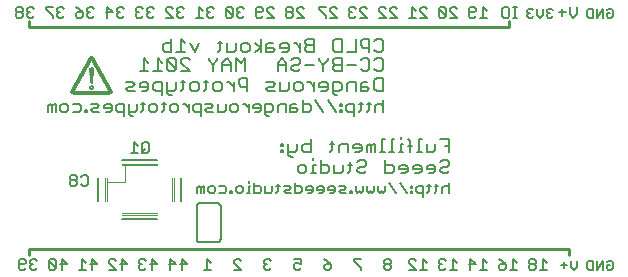
<source format=gbo>
G75*
G70*
%OFA0B0*%
%FSLAX24Y24*%
%IPPOS*%
%LPD*%
%AMOC8*
5,1,8,0,0,1.08239X$1,22.5*
%
%ADD10C,0.0050*%
%ADD11C,0.0100*%
%ADD12C,0.0060*%
%ADD13C,0.0120*%
%ADD14C,0.0025*%
D10*
X002737Y001786D02*
X002679Y001845D01*
X002679Y002078D01*
X002737Y002137D01*
X002854Y002137D01*
X002912Y002078D01*
X002912Y002020D01*
X002854Y001961D01*
X002679Y001961D01*
X002854Y001786D02*
X002912Y001845D01*
X002854Y001786D02*
X002737Y001786D01*
X003047Y001845D02*
X003106Y001786D01*
X003222Y001786D01*
X003281Y001845D01*
X003164Y001961D02*
X003106Y001961D01*
X003047Y001903D01*
X003047Y001845D01*
X003106Y001961D02*
X003047Y002020D01*
X003047Y002078D01*
X003106Y002137D01*
X003222Y002137D01*
X003281Y002078D01*
X003679Y002078D02*
X003679Y001845D01*
X003737Y001786D01*
X003854Y001786D01*
X003912Y001845D01*
X003679Y002078D01*
X003737Y002137D01*
X003854Y002137D01*
X003912Y002078D01*
X003912Y001845D01*
X004047Y001961D02*
X004281Y001961D01*
X004106Y002137D01*
X004106Y001786D01*
X004679Y001786D02*
X004912Y001786D01*
X004796Y001786D02*
X004796Y002137D01*
X004912Y002020D01*
X005047Y001961D02*
X005281Y001961D01*
X005106Y002137D01*
X005106Y001786D01*
X005679Y001786D02*
X005912Y001786D01*
X005679Y002020D01*
X005679Y002078D01*
X005737Y002137D01*
X005854Y002137D01*
X005912Y002078D01*
X006047Y001961D02*
X006281Y001961D01*
X006106Y002137D01*
X006106Y001786D01*
X006679Y001845D02*
X006737Y001786D01*
X006854Y001786D01*
X006912Y001845D01*
X006796Y001961D02*
X006737Y001961D01*
X006679Y001903D01*
X006679Y001845D01*
X006737Y001961D02*
X006679Y002020D01*
X006679Y002078D01*
X006737Y002137D01*
X006854Y002137D01*
X006912Y002078D01*
X007047Y001961D02*
X007281Y001961D01*
X007106Y002137D01*
X007106Y001786D01*
X007679Y001961D02*
X007912Y001961D01*
X007737Y002137D01*
X007737Y001786D01*
X008106Y001786D02*
X008106Y002137D01*
X008281Y001961D01*
X008047Y001961D01*
X008847Y001786D02*
X009081Y001786D01*
X008964Y001786D02*
X008964Y002137D01*
X009081Y002020D01*
X009847Y002020D02*
X009847Y002078D01*
X009906Y002137D01*
X010022Y002137D01*
X010081Y002078D01*
X009847Y002020D02*
X010081Y001786D01*
X009847Y001786D01*
X010847Y001845D02*
X010906Y001786D01*
X011022Y001786D01*
X011081Y001845D01*
X010964Y001961D02*
X010906Y001961D01*
X010847Y001903D01*
X010847Y001845D01*
X010906Y001961D02*
X010847Y002020D01*
X010847Y002078D01*
X010906Y002137D01*
X011022Y002137D01*
X011081Y002078D01*
X011847Y002137D02*
X012081Y002137D01*
X012081Y001961D01*
X011964Y002020D01*
X011906Y002020D01*
X011847Y001961D01*
X011847Y001845D01*
X011906Y001786D01*
X012022Y001786D01*
X012081Y001845D01*
X012847Y001845D02*
X012906Y001786D01*
X013022Y001786D01*
X013081Y001845D01*
X013081Y001961D01*
X012906Y001961D01*
X012847Y001903D01*
X012847Y001845D01*
X012964Y002078D02*
X013081Y001961D01*
X012964Y002078D02*
X012847Y002137D01*
X013847Y002137D02*
X013847Y002078D01*
X014081Y001845D01*
X014081Y001786D01*
X014081Y002137D02*
X013847Y002137D01*
X014847Y002078D02*
X014847Y002020D01*
X014906Y001961D01*
X015022Y001961D01*
X015081Y002020D01*
X015081Y002078D01*
X015022Y002137D01*
X014906Y002137D01*
X014847Y002078D01*
X014906Y001961D02*
X014847Y001903D01*
X014847Y001845D01*
X014906Y001786D01*
X015022Y001786D01*
X015081Y001845D01*
X015081Y001903D01*
X015022Y001961D01*
X015679Y002020D02*
X015679Y002078D01*
X015737Y002137D01*
X015854Y002137D01*
X015912Y002078D01*
X015679Y002020D02*
X015912Y001786D01*
X015679Y001786D01*
X016047Y001786D02*
X016281Y001786D01*
X016164Y001786D02*
X016164Y002137D01*
X016281Y002020D01*
X016679Y002020D02*
X016737Y001961D01*
X016679Y001903D01*
X016679Y001845D01*
X016737Y001786D01*
X016854Y001786D01*
X016912Y001845D01*
X017047Y001786D02*
X017281Y001786D01*
X017164Y001786D02*
X017164Y002137D01*
X017281Y002020D01*
X016912Y002078D02*
X016854Y002137D01*
X016737Y002137D01*
X016679Y002078D01*
X016679Y002020D01*
X016737Y001961D02*
X016796Y001961D01*
X017679Y001961D02*
X017912Y001961D01*
X017737Y002137D01*
X017737Y001786D01*
X018047Y001786D02*
X018281Y001786D01*
X018164Y001786D02*
X018164Y002137D01*
X018281Y002020D01*
X018679Y002137D02*
X018796Y002078D01*
X018912Y001961D01*
X018737Y001961D01*
X018679Y001903D01*
X018679Y001845D01*
X018737Y001786D01*
X018854Y001786D01*
X018912Y001845D01*
X018912Y001961D01*
X019164Y001786D02*
X019164Y002137D01*
X019281Y002020D01*
X019679Y002020D02*
X019737Y001961D01*
X019854Y001961D01*
X019912Y002020D01*
X019912Y002078D01*
X019854Y002137D01*
X019737Y002137D01*
X019679Y002078D01*
X019679Y002020D01*
X019737Y001961D02*
X019679Y001903D01*
X019679Y001845D01*
X019737Y001786D01*
X019854Y001786D01*
X019912Y001845D01*
X019912Y001903D01*
X019854Y001961D01*
X020047Y001786D02*
X020281Y001786D01*
X020164Y001786D02*
X020164Y002137D01*
X020281Y002020D01*
X020758Y001936D02*
X020958Y001936D01*
X021081Y001886D02*
X021081Y002086D01*
X021081Y001886D02*
X021181Y001786D01*
X021281Y001886D01*
X021281Y002086D01*
X020858Y002036D02*
X020858Y001836D01*
X021636Y001836D02*
X021686Y001786D01*
X021836Y001786D01*
X021836Y002086D01*
X021686Y002086D01*
X021636Y002036D01*
X021636Y001836D01*
X021958Y001786D02*
X021958Y002086D01*
X022158Y002086D02*
X021958Y001786D01*
X022158Y001786D02*
X022158Y002086D01*
X022281Y002036D02*
X022331Y002086D01*
X022431Y002086D01*
X022481Y002036D01*
X022481Y001836D01*
X022431Y001786D01*
X022331Y001786D01*
X022281Y001836D01*
X022281Y001936D01*
X022381Y001936D01*
X019281Y001786D02*
X019047Y001786D01*
X017031Y004336D02*
X017031Y004687D01*
X016972Y004570D02*
X016856Y004570D01*
X016797Y004511D01*
X016797Y004336D01*
X016604Y004395D02*
X016546Y004336D01*
X016604Y004395D02*
X016604Y004628D01*
X016662Y004570D02*
X016546Y004570D01*
X016417Y004570D02*
X016300Y004570D01*
X016359Y004628D02*
X016359Y004395D01*
X016300Y004336D01*
X016171Y004336D02*
X015996Y004336D01*
X015938Y004395D01*
X015938Y004511D01*
X015996Y004570D01*
X016171Y004570D01*
X016171Y004220D01*
X015803Y004336D02*
X015803Y004395D01*
X015745Y004395D01*
X015745Y004336D01*
X015803Y004336D01*
X015619Y004336D02*
X015385Y004687D01*
X015745Y004570D02*
X015745Y004511D01*
X015803Y004511D01*
X015803Y004570D01*
X015745Y004570D01*
X015251Y004336D02*
X015017Y004687D01*
X014882Y004570D02*
X014882Y004395D01*
X014824Y004336D01*
X014766Y004395D01*
X014707Y004336D01*
X014649Y004395D01*
X014649Y004570D01*
X014514Y004570D02*
X014514Y004395D01*
X014456Y004336D01*
X014397Y004395D01*
X014339Y004336D01*
X014280Y004395D01*
X014280Y004570D01*
X014146Y004570D02*
X014146Y004395D01*
X014087Y004336D01*
X014029Y004395D01*
X013971Y004336D01*
X013912Y004395D01*
X013912Y004570D01*
X013777Y004395D02*
X013719Y004395D01*
X013719Y004336D01*
X013777Y004336D01*
X013777Y004395D01*
X013593Y004336D02*
X013418Y004336D01*
X013360Y004395D01*
X013418Y004453D01*
X013535Y004453D01*
X013593Y004511D01*
X013535Y004570D01*
X013360Y004570D01*
X013225Y004511D02*
X013167Y004570D01*
X013050Y004570D01*
X012991Y004511D01*
X012991Y004453D01*
X013225Y004453D01*
X013225Y004395D02*
X013225Y004511D01*
X013225Y004395D02*
X013167Y004336D01*
X013050Y004336D01*
X012857Y004395D02*
X012857Y004511D01*
X012798Y004570D01*
X012681Y004570D01*
X012623Y004511D01*
X012623Y004453D01*
X012857Y004453D01*
X012857Y004395D02*
X012798Y004336D01*
X012681Y004336D01*
X012488Y004395D02*
X012488Y004511D01*
X012430Y004570D01*
X012313Y004570D01*
X012255Y004511D01*
X012255Y004453D01*
X012488Y004453D01*
X012488Y004395D02*
X012430Y004336D01*
X012313Y004336D01*
X012120Y004395D02*
X012120Y004511D01*
X012062Y004570D01*
X011886Y004570D01*
X011886Y004687D02*
X011886Y004336D01*
X012062Y004336D01*
X012120Y004395D01*
X011752Y004336D02*
X011577Y004336D01*
X011518Y004395D01*
X011577Y004453D01*
X011693Y004453D01*
X011752Y004511D01*
X011693Y004570D01*
X011518Y004570D01*
X011383Y004570D02*
X011267Y004570D01*
X011325Y004628D02*
X011325Y004395D01*
X011267Y004336D01*
X011138Y004395D02*
X011080Y004336D01*
X010904Y004336D01*
X010904Y004570D01*
X010770Y004511D02*
X010770Y004395D01*
X010711Y004336D01*
X010536Y004336D01*
X010536Y004687D01*
X010536Y004570D02*
X010711Y004570D01*
X010770Y004511D01*
X011138Y004570D02*
X011138Y004395D01*
X010401Y004336D02*
X010285Y004336D01*
X010343Y004336D02*
X010343Y004570D01*
X010401Y004570D01*
X010343Y004687D02*
X010343Y004745D01*
X010156Y004511D02*
X010156Y004395D01*
X010097Y004336D01*
X009981Y004336D01*
X009922Y004395D01*
X009922Y004511D01*
X009981Y004570D01*
X010097Y004570D01*
X010156Y004511D01*
X009787Y004395D02*
X009729Y004395D01*
X009729Y004336D01*
X009787Y004336D01*
X009787Y004395D01*
X009603Y004395D02*
X009545Y004336D01*
X009370Y004336D01*
X009235Y004395D02*
X009177Y004336D01*
X009060Y004336D01*
X009001Y004395D01*
X009001Y004511D01*
X009060Y004570D01*
X009177Y004570D01*
X009235Y004511D01*
X009235Y004395D01*
X009370Y004570D02*
X009545Y004570D01*
X009603Y004511D01*
X009603Y004395D01*
X008867Y004336D02*
X008867Y004570D01*
X008808Y004570D01*
X008750Y004511D01*
X008692Y004570D01*
X008633Y004511D01*
X008633Y004336D01*
X008750Y004336D02*
X008750Y004511D01*
X008084Y004839D02*
X008084Y004083D01*
X007296Y003477D02*
X006115Y003477D01*
X005328Y004083D02*
X005328Y004839D01*
X004981Y004878D02*
X004981Y004645D01*
X004922Y004586D01*
X004806Y004586D01*
X004747Y004645D01*
X004612Y004645D02*
X004554Y004586D01*
X004437Y004586D01*
X004379Y004645D01*
X004379Y004703D01*
X004437Y004761D01*
X004554Y004761D01*
X004612Y004820D01*
X004612Y004878D01*
X004554Y004937D01*
X004437Y004937D01*
X004379Y004878D01*
X004379Y004820D01*
X004437Y004761D01*
X004554Y004761D02*
X004612Y004703D01*
X004612Y004645D01*
X004747Y004878D02*
X004806Y004937D01*
X004922Y004937D01*
X004981Y004878D01*
X006115Y005446D02*
X007296Y005446D01*
X007017Y005745D02*
X006959Y005686D01*
X006842Y005686D01*
X006784Y005745D01*
X006784Y005978D01*
X006842Y006037D01*
X006959Y006037D01*
X007017Y005978D01*
X007017Y005745D01*
X006901Y005803D02*
X006784Y005686D01*
X006649Y005686D02*
X006415Y005686D01*
X006532Y005686D02*
X006532Y006037D01*
X006649Y005920D01*
X006480Y006903D02*
X006413Y006903D01*
X006346Y006970D01*
X006346Y007303D01*
X006199Y007303D02*
X005999Y007303D01*
X005932Y007236D01*
X005932Y007103D01*
X005999Y007036D01*
X006199Y007036D01*
X006199Y006903D02*
X006199Y007303D01*
X006346Y007036D02*
X006546Y007036D01*
X006613Y007103D01*
X006613Y007303D01*
X006756Y007303D02*
X006889Y007303D01*
X006823Y007370D02*
X006823Y007103D01*
X006756Y007036D01*
X007037Y007103D02*
X007037Y007236D01*
X007104Y007303D01*
X007237Y007303D01*
X007304Y007236D01*
X007304Y007103D01*
X007237Y007036D01*
X007104Y007036D01*
X007037Y007103D01*
X007446Y007036D02*
X007513Y007103D01*
X007513Y007370D01*
X007580Y007303D02*
X007446Y007303D01*
X007727Y007236D02*
X007794Y007303D01*
X007928Y007303D01*
X007994Y007236D01*
X007994Y007103D01*
X007928Y007036D01*
X007794Y007036D01*
X007727Y007103D01*
X007727Y007236D01*
X008139Y007303D02*
X008206Y007303D01*
X008339Y007170D01*
X008339Y007303D02*
X008339Y007036D01*
X008487Y007103D02*
X008487Y007236D01*
X008554Y007303D01*
X008754Y007303D01*
X008754Y006903D01*
X008754Y007036D02*
X008554Y007036D01*
X008487Y007103D01*
X008901Y007103D02*
X008968Y007170D01*
X009101Y007170D01*
X009168Y007236D01*
X009101Y007303D01*
X008901Y007303D01*
X008901Y007103D02*
X008968Y007036D01*
X009168Y007036D01*
X009316Y007036D02*
X009316Y007303D01*
X009582Y007303D02*
X009582Y007103D01*
X009516Y007036D01*
X009316Y007036D01*
X009730Y007103D02*
X009730Y007236D01*
X009797Y007303D01*
X009930Y007303D01*
X009997Y007236D01*
X009997Y007103D01*
X009930Y007036D01*
X009797Y007036D01*
X009730Y007103D01*
X010142Y007303D02*
X010209Y007303D01*
X010342Y007170D01*
X010342Y007303D02*
X010342Y007036D01*
X010490Y007170D02*
X010756Y007170D01*
X010756Y007236D02*
X010690Y007303D01*
X010556Y007303D01*
X010490Y007236D01*
X010490Y007170D01*
X010556Y007036D02*
X010690Y007036D01*
X010756Y007103D01*
X010756Y007236D01*
X010904Y007303D02*
X011104Y007303D01*
X011171Y007236D01*
X011171Y007103D01*
X011104Y007036D01*
X010904Y007036D01*
X010904Y006970D02*
X010904Y007303D01*
X011318Y007236D02*
X011318Y007036D01*
X011318Y007236D02*
X011385Y007303D01*
X011585Y007303D01*
X011585Y007036D01*
X011733Y007036D02*
X011933Y007036D01*
X011999Y007103D01*
X011933Y007170D01*
X011733Y007170D01*
X011733Y007236D02*
X011733Y007036D01*
X011733Y007236D02*
X011799Y007303D01*
X011933Y007303D01*
X012147Y007303D02*
X012347Y007303D01*
X012414Y007236D01*
X012414Y007103D01*
X012347Y007036D01*
X012147Y007036D01*
X012147Y007437D01*
X012561Y007437D02*
X012828Y007036D01*
X013242Y007036D02*
X012976Y007437D01*
X013383Y007303D02*
X013383Y007236D01*
X013450Y007236D01*
X013450Y007303D01*
X013383Y007303D01*
X013597Y007236D02*
X013597Y007103D01*
X013664Y007036D01*
X013864Y007036D01*
X013864Y006903D02*
X013864Y007303D01*
X013664Y007303D01*
X013597Y007236D01*
X013450Y007103D02*
X013383Y007103D01*
X013383Y007036D01*
X013450Y007036D01*
X013450Y007103D01*
X014007Y007036D02*
X014073Y007103D01*
X014073Y007370D01*
X014140Y007303D02*
X014007Y007303D01*
X014283Y007303D02*
X014416Y007303D01*
X014350Y007370D02*
X014350Y007103D01*
X014283Y007036D01*
X014564Y007036D02*
X014564Y007236D01*
X014631Y007303D01*
X014764Y007303D01*
X014831Y007236D01*
X014831Y007036D02*
X014831Y007437D01*
X011037Y006903D02*
X010971Y006903D01*
X010904Y006970D01*
X010947Y010186D02*
X011181Y010186D01*
X010947Y010420D01*
X010947Y010478D01*
X011006Y010537D01*
X011122Y010537D01*
X011181Y010478D01*
X011579Y010478D02*
X011579Y010420D01*
X011637Y010361D01*
X011754Y010361D01*
X011812Y010420D01*
X011812Y010478D01*
X011754Y010537D01*
X011637Y010537D01*
X011579Y010478D01*
X011637Y010361D02*
X011579Y010303D01*
X011579Y010245D01*
X011637Y010186D01*
X011754Y010186D01*
X011812Y010245D01*
X011812Y010303D01*
X011754Y010361D01*
X011947Y010420D02*
X011947Y010478D01*
X012006Y010537D01*
X012122Y010537D01*
X012181Y010478D01*
X011947Y010420D02*
X012181Y010186D01*
X011947Y010186D01*
X012679Y010478D02*
X012679Y010537D01*
X012912Y010537D01*
X013047Y010478D02*
X013106Y010537D01*
X013222Y010537D01*
X013281Y010478D01*
X013047Y010478D02*
X013047Y010420D01*
X013281Y010186D01*
X013047Y010186D01*
X012912Y010186D02*
X012912Y010245D01*
X012679Y010478D01*
X013679Y010478D02*
X013679Y010420D01*
X013737Y010361D01*
X013679Y010303D01*
X013679Y010245D01*
X013737Y010186D01*
X013854Y010186D01*
X013912Y010245D01*
X014047Y010186D02*
X014281Y010186D01*
X014047Y010420D01*
X014047Y010478D01*
X014106Y010537D01*
X014222Y010537D01*
X014281Y010478D01*
X013912Y010478D02*
X013854Y010537D01*
X013737Y010537D01*
X013679Y010478D01*
X013737Y010361D02*
X013796Y010361D01*
X014679Y010420D02*
X014679Y010478D01*
X014737Y010537D01*
X014854Y010537D01*
X014912Y010478D01*
X015047Y010478D02*
X015106Y010537D01*
X015222Y010537D01*
X015281Y010478D01*
X015047Y010478D02*
X015047Y010420D01*
X015281Y010186D01*
X015047Y010186D01*
X014912Y010186D02*
X014679Y010420D01*
X014679Y010186D02*
X014912Y010186D01*
X015679Y010186D02*
X015912Y010186D01*
X015796Y010186D02*
X015796Y010537D01*
X015912Y010420D01*
X016047Y010420D02*
X016047Y010478D01*
X016106Y010537D01*
X016222Y010537D01*
X016281Y010478D01*
X016047Y010420D02*
X016281Y010186D01*
X016047Y010186D01*
X016679Y010245D02*
X016679Y010478D01*
X016912Y010245D01*
X016854Y010186D01*
X016737Y010186D01*
X016679Y010245D01*
X016679Y010478D02*
X016737Y010537D01*
X016854Y010537D01*
X016912Y010478D01*
X016912Y010245D01*
X017047Y010186D02*
X017281Y010186D01*
X017047Y010420D01*
X017047Y010478D01*
X017106Y010537D01*
X017222Y010537D01*
X017281Y010478D01*
X017679Y010478D02*
X017679Y010245D01*
X017737Y010186D01*
X017854Y010186D01*
X017912Y010245D01*
X017854Y010361D02*
X017679Y010361D01*
X017679Y010478D02*
X017737Y010537D01*
X017854Y010537D01*
X017912Y010478D01*
X017912Y010420D01*
X017854Y010361D01*
X018164Y010186D02*
X018164Y010537D01*
X018281Y010420D01*
X018281Y010186D02*
X018047Y010186D01*
X018802Y010245D02*
X018860Y010186D01*
X018977Y010186D01*
X019035Y010245D01*
X019035Y010478D01*
X018977Y010537D01*
X018860Y010537D01*
X018802Y010478D01*
X018802Y010245D01*
X018802Y010478D01*
X018860Y010537D01*
X018977Y010537D01*
X019035Y010478D01*
X019035Y010245D01*
X018977Y010186D01*
X018860Y010186D01*
X018802Y010245D01*
X019164Y010186D02*
X019281Y010186D01*
X019164Y010186D01*
X019222Y010186D02*
X019222Y010537D01*
X019222Y010186D01*
X019636Y010236D02*
X019686Y010186D01*
X019786Y010186D01*
X019836Y010236D01*
X019958Y010286D02*
X020058Y010186D01*
X020158Y010286D01*
X020158Y010486D01*
X020281Y010436D02*
X020281Y010386D01*
X020331Y010336D01*
X020281Y010286D01*
X020281Y010236D01*
X020331Y010186D01*
X020431Y010186D01*
X020481Y010236D01*
X020381Y010336D02*
X020331Y010336D01*
X020281Y010436D02*
X020331Y010486D01*
X020431Y010486D01*
X020481Y010436D01*
X020679Y010361D02*
X020912Y010361D01*
X021047Y010303D02*
X021047Y010537D01*
X021281Y010537D02*
X021281Y010303D01*
X021164Y010186D01*
X021047Y010303D01*
X020796Y010245D02*
X020796Y010478D01*
X019958Y010486D02*
X019958Y010286D01*
X019836Y010436D02*
X019786Y010486D01*
X019686Y010486D01*
X019636Y010436D01*
X019636Y010386D01*
X019686Y010336D01*
X019636Y010286D01*
X019636Y010236D01*
X019686Y010336D02*
X019736Y010336D01*
X019281Y010537D02*
X019164Y010537D01*
X019281Y010537D01*
X021636Y010436D02*
X021636Y010236D01*
X021686Y010186D01*
X021836Y010186D01*
X021836Y010486D01*
X021686Y010486D01*
X021636Y010436D01*
X021958Y010486D02*
X021958Y010186D01*
X022158Y010486D01*
X022158Y010186D01*
X022281Y010236D02*
X022281Y010336D01*
X022381Y010336D01*
X022481Y010236D02*
X022431Y010186D01*
X022331Y010186D01*
X022281Y010236D01*
X022481Y010236D02*
X022481Y010436D01*
X022431Y010486D01*
X022331Y010486D01*
X022281Y010436D01*
X016972Y004570D02*
X017031Y004511D01*
X010812Y010245D02*
X010754Y010186D01*
X010637Y010186D01*
X010579Y010245D01*
X010579Y010478D01*
X010637Y010537D01*
X010754Y010537D01*
X010812Y010478D01*
X010812Y010420D01*
X010754Y010361D01*
X010579Y010361D01*
X010181Y010245D02*
X010122Y010186D01*
X010006Y010186D01*
X009947Y010245D01*
X009947Y010303D01*
X010006Y010361D01*
X010064Y010361D01*
X010006Y010361D02*
X009947Y010420D01*
X009947Y010478D01*
X010006Y010537D01*
X010122Y010537D01*
X010181Y010478D01*
X009812Y010478D02*
X009812Y010245D01*
X009579Y010478D01*
X009579Y010245D01*
X009637Y010186D01*
X009754Y010186D01*
X009812Y010245D01*
X009812Y010478D02*
X009754Y010537D01*
X009637Y010537D01*
X009579Y010478D01*
X009181Y010478D02*
X009122Y010537D01*
X009006Y010537D01*
X008947Y010478D01*
X008947Y010420D01*
X009006Y010361D01*
X008947Y010303D01*
X008947Y010245D01*
X009006Y010186D01*
X009122Y010186D01*
X009181Y010245D01*
X009064Y010361D02*
X009006Y010361D01*
X008812Y010420D02*
X008696Y010537D01*
X008696Y010186D01*
X008812Y010186D02*
X008579Y010186D01*
X008181Y010245D02*
X008122Y010186D01*
X008006Y010186D01*
X007947Y010245D01*
X007947Y010303D01*
X008006Y010361D01*
X008064Y010361D01*
X008006Y010361D02*
X007947Y010420D01*
X007947Y010478D01*
X008006Y010537D01*
X008122Y010537D01*
X008181Y010478D01*
X007812Y010478D02*
X007754Y010537D01*
X007637Y010537D01*
X007579Y010478D01*
X007579Y010420D01*
X007812Y010186D01*
X007579Y010186D01*
X007181Y010245D02*
X007122Y010186D01*
X007006Y010186D01*
X006947Y010245D01*
X006947Y010303D01*
X007006Y010361D01*
X007064Y010361D01*
X007006Y010361D02*
X006947Y010420D01*
X006947Y010478D01*
X007006Y010537D01*
X007122Y010537D01*
X007181Y010478D01*
X006812Y010478D02*
X006754Y010537D01*
X006637Y010537D01*
X006579Y010478D01*
X006579Y010420D01*
X006637Y010361D01*
X006579Y010303D01*
X006579Y010245D01*
X006637Y010186D01*
X006754Y010186D01*
X006812Y010245D01*
X006696Y010361D02*
X006637Y010361D01*
X006181Y010245D02*
X006122Y010186D01*
X006006Y010186D01*
X005947Y010245D01*
X005947Y010303D01*
X006006Y010361D01*
X006064Y010361D01*
X006006Y010361D02*
X005947Y010420D01*
X005947Y010478D01*
X006006Y010537D01*
X006122Y010537D01*
X006181Y010478D01*
X005812Y010361D02*
X005579Y010361D01*
X005637Y010186D02*
X005637Y010537D01*
X005812Y010361D01*
X005181Y010245D02*
X005122Y010186D01*
X005006Y010186D01*
X004947Y010245D01*
X004947Y010303D01*
X005006Y010361D01*
X005064Y010361D01*
X005006Y010361D02*
X004947Y010420D01*
X004947Y010478D01*
X005006Y010537D01*
X005122Y010537D01*
X005181Y010478D01*
X004812Y010361D02*
X004812Y010245D01*
X004754Y010186D01*
X004637Y010186D01*
X004579Y010245D01*
X004579Y010303D01*
X004637Y010361D01*
X004812Y010361D01*
X004696Y010478D01*
X004579Y010537D01*
X004181Y010478D02*
X004122Y010537D01*
X004006Y010537D01*
X003947Y010478D01*
X003947Y010420D01*
X004006Y010361D01*
X003947Y010303D01*
X003947Y010245D01*
X004006Y010186D01*
X004122Y010186D01*
X004181Y010245D01*
X004064Y010361D02*
X004006Y010361D01*
X003812Y010245D02*
X003812Y010186D01*
X003812Y010245D02*
X003579Y010478D01*
X003579Y010537D01*
X003812Y010537D01*
X003181Y010478D02*
X003122Y010537D01*
X003006Y010537D01*
X002947Y010478D01*
X002947Y010420D01*
X003006Y010361D01*
X002947Y010303D01*
X002947Y010245D01*
X003006Y010186D01*
X003122Y010186D01*
X003181Y010245D01*
X003064Y010361D02*
X003006Y010361D01*
X002812Y010303D02*
X002754Y010361D01*
X002637Y010361D01*
X002579Y010303D01*
X002579Y010245D01*
X002637Y010186D01*
X002754Y010186D01*
X002812Y010245D01*
X002812Y010303D01*
X002754Y010361D02*
X002812Y010420D01*
X002812Y010478D01*
X002754Y010537D01*
X002637Y010537D01*
X002579Y010478D01*
X002579Y010420D01*
X002637Y010361D01*
X005056Y008452D02*
X005106Y008009D01*
X005155Y008452D01*
X005056Y008452D01*
X005061Y008414D02*
X005151Y008414D01*
X005145Y008365D02*
X005066Y008365D01*
X005071Y008317D02*
X005140Y008317D01*
X005134Y008268D02*
X005077Y008268D01*
X005082Y008219D02*
X005129Y008219D01*
X005124Y008171D02*
X005088Y008171D01*
X005093Y008122D02*
X005118Y008122D01*
X005113Y008074D02*
X005098Y008074D01*
X005104Y008025D02*
X005107Y008025D01*
X005057Y007861D02*
X005059Y007874D01*
X005064Y007886D01*
X005073Y007897D01*
X005083Y007905D01*
X005096Y007909D01*
X005109Y007910D01*
X005122Y007907D01*
X005134Y007901D01*
X005144Y007892D01*
X005151Y007881D01*
X005155Y007868D01*
X005155Y007854D01*
X005151Y007841D01*
X005144Y007830D01*
X005134Y007821D01*
X005122Y007815D01*
X005109Y007812D01*
X005096Y007813D01*
X005083Y007817D01*
X005073Y007825D01*
X005064Y007836D01*
X005059Y007848D01*
X005057Y007861D01*
X005103Y007303D02*
X005303Y007303D01*
X005370Y007236D01*
X005303Y007170D01*
X005170Y007170D01*
X005103Y007103D01*
X005170Y007036D01*
X005370Y007036D01*
X005518Y007170D02*
X005784Y007170D01*
X005784Y007236D02*
X005718Y007303D01*
X005584Y007303D01*
X005518Y007236D01*
X005518Y007170D01*
X005584Y007036D02*
X005718Y007036D01*
X005784Y007103D01*
X005784Y007236D01*
X004956Y007103D02*
X004889Y007103D01*
X004889Y007036D01*
X004956Y007036D01*
X004956Y007103D01*
X004749Y007103D02*
X004749Y007236D01*
X004682Y007303D01*
X004482Y007303D01*
X004334Y007236D02*
X004334Y007103D01*
X004268Y007036D01*
X004134Y007036D01*
X004067Y007103D01*
X004067Y007236D01*
X004134Y007303D01*
X004268Y007303D01*
X004334Y007236D01*
X004482Y007036D02*
X004682Y007036D01*
X004749Y007103D01*
X003920Y007036D02*
X003920Y007303D01*
X003853Y007303D01*
X003787Y007236D01*
X003720Y007303D01*
X003653Y007236D01*
X003653Y007036D01*
X003787Y007036D02*
X003787Y007236D01*
X005057Y008452D02*
X005059Y008465D01*
X005064Y008476D01*
X005071Y008487D01*
X005082Y008494D01*
X005093Y008499D01*
X005106Y008501D01*
X005119Y008499D01*
X005131Y008494D01*
X005141Y008487D01*
X005148Y008476D01*
X005153Y008465D01*
X005155Y008452D01*
D11*
X003006Y009861D02*
X019006Y009861D01*
X019006Y010061D01*
X021006Y002461D02*
X021006Y002261D01*
X021006Y002461D02*
X003006Y002461D01*
X003006Y002261D01*
X003006Y009861D02*
X003006Y010061D01*
D12*
X006246Y008035D02*
X006466Y008035D01*
X006539Y007961D01*
X006466Y007888D01*
X006319Y007888D01*
X006246Y007815D01*
X006319Y007741D01*
X006539Y007741D01*
X006706Y007888D02*
X007000Y007888D01*
X007000Y007815D02*
X007000Y007961D01*
X006926Y008035D01*
X006780Y008035D01*
X006706Y007961D01*
X006706Y007888D01*
X006780Y007741D02*
X006926Y007741D01*
X007000Y007815D01*
X007166Y007815D02*
X007240Y007741D01*
X007460Y007741D01*
X007460Y007594D02*
X007460Y008035D01*
X007240Y008035D01*
X007166Y007961D01*
X007166Y007815D01*
X007627Y007741D02*
X007847Y007741D01*
X007920Y007815D01*
X007920Y008035D01*
X008081Y008035D02*
X008227Y008035D01*
X008154Y008108D02*
X008154Y007815D01*
X008081Y007741D01*
X007774Y007594D02*
X007700Y007594D01*
X007627Y007668D01*
X007627Y008035D01*
X007700Y008391D02*
X007847Y008391D01*
X007920Y008465D01*
X007627Y008758D01*
X007627Y008465D01*
X007700Y008391D01*
X007920Y008465D02*
X007920Y008758D01*
X007847Y008832D01*
X007700Y008832D01*
X007627Y008758D01*
X007460Y008685D02*
X007313Y008832D01*
X007313Y008391D01*
X007460Y008391D02*
X007166Y008391D01*
X007000Y008391D02*
X006706Y008391D01*
X006853Y008391D02*
X006853Y008832D01*
X007000Y008685D01*
X007473Y009115D02*
X007547Y009041D01*
X007767Y009041D01*
X007767Y009482D01*
X007767Y009335D02*
X007547Y009335D01*
X007473Y009261D01*
X007473Y009115D01*
X007934Y009041D02*
X008227Y009041D01*
X008081Y009041D02*
X008081Y009482D01*
X008227Y009335D01*
X008394Y009335D02*
X008541Y009041D01*
X008688Y009335D01*
X009008Y008832D02*
X009008Y008758D01*
X009155Y008611D01*
X009155Y008391D01*
X009468Y008391D02*
X009468Y008685D01*
X009615Y008832D01*
X009762Y008685D01*
X009762Y008391D01*
X009929Y008391D02*
X009929Y008832D01*
X010075Y008685D01*
X010222Y008832D01*
X010222Y008391D01*
X010299Y008182D02*
X010079Y008182D01*
X010005Y008108D01*
X010005Y007961D01*
X010079Y007888D01*
X010299Y007888D01*
X010299Y007741D02*
X010299Y008182D01*
X009839Y008035D02*
X009839Y007741D01*
X009839Y007888D02*
X009692Y008035D01*
X009618Y008035D01*
X009455Y007961D02*
X009455Y007815D01*
X009381Y007741D01*
X009235Y007741D01*
X009161Y007815D01*
X009161Y007961D01*
X009235Y008035D01*
X009381Y008035D01*
X009455Y007961D01*
X008995Y008035D02*
X008848Y008035D01*
X008921Y008108D02*
X008921Y007815D01*
X008848Y007741D01*
X008688Y007815D02*
X008688Y007961D01*
X008614Y008035D01*
X008467Y008035D01*
X008394Y007961D01*
X008394Y007815D01*
X008467Y007741D01*
X008614Y007741D01*
X008688Y007815D01*
X008381Y008391D02*
X008087Y008391D01*
X008381Y008391D02*
X008087Y008685D01*
X008087Y008758D01*
X008161Y008832D01*
X008307Y008832D01*
X008381Y008758D01*
X009155Y008611D02*
X009301Y008758D01*
X009301Y008832D01*
X009308Y009041D02*
X009381Y009115D01*
X009381Y009408D01*
X009455Y009335D02*
X009308Y009335D01*
X009622Y009335D02*
X009622Y009041D01*
X009842Y009041D01*
X009915Y009115D01*
X009915Y009335D01*
X010082Y009261D02*
X010082Y009115D01*
X010155Y009041D01*
X010302Y009041D01*
X010376Y009115D01*
X010376Y009261D01*
X010302Y009335D01*
X010155Y009335D01*
X010082Y009261D01*
X010539Y009335D02*
X010759Y009188D01*
X010539Y009041D01*
X010759Y009041D02*
X010759Y009482D01*
X010926Y009261D02*
X010926Y009041D01*
X011146Y009041D01*
X011220Y009115D01*
X011146Y009188D01*
X010926Y009188D01*
X010926Y009261D02*
X010999Y009335D01*
X011146Y009335D01*
X011386Y009261D02*
X011386Y009188D01*
X011680Y009188D01*
X011680Y009115D02*
X011680Y009261D01*
X011607Y009335D01*
X011460Y009335D01*
X011386Y009261D01*
X011607Y009041D02*
X011680Y009115D01*
X011607Y009041D02*
X011460Y009041D01*
X011456Y008832D02*
X011310Y008685D01*
X011310Y008391D01*
X011310Y008611D02*
X011603Y008611D01*
X011603Y008685D02*
X011456Y008832D01*
X011603Y008685D02*
X011603Y008391D01*
X011770Y008465D02*
X011843Y008391D01*
X011990Y008391D01*
X012064Y008465D01*
X011990Y008611D02*
X011843Y008611D01*
X011770Y008538D01*
X011770Y008465D01*
X011990Y008611D02*
X012064Y008685D01*
X012064Y008758D01*
X011990Y008832D01*
X011843Y008832D01*
X011770Y008758D01*
X012064Y009041D02*
X012064Y009335D01*
X012064Y009188D02*
X011917Y009335D01*
X011843Y009335D01*
X012230Y009335D02*
X012230Y009408D01*
X012304Y009482D01*
X012524Y009482D01*
X012524Y009041D01*
X012304Y009041D01*
X012230Y009115D01*
X012230Y009188D01*
X012304Y009261D01*
X012524Y009261D01*
X012304Y009261D02*
X012230Y009335D01*
X012691Y008832D02*
X012691Y008758D01*
X012837Y008611D01*
X012837Y008391D01*
X013151Y008465D02*
X013224Y008391D01*
X013445Y008391D01*
X013445Y008832D01*
X013224Y008832D01*
X013151Y008758D01*
X013151Y008685D01*
X013224Y008611D01*
X013445Y008611D01*
X013611Y008611D02*
X013905Y008611D01*
X014072Y008465D02*
X014145Y008391D01*
X014292Y008391D01*
X014365Y008465D01*
X014365Y008758D01*
X014292Y008832D01*
X014145Y008832D01*
X014072Y008758D01*
X013905Y009041D02*
X013611Y009041D01*
X013445Y009041D02*
X013224Y009041D01*
X013151Y009115D01*
X013151Y009408D01*
X013224Y009482D01*
X013445Y009482D01*
X013445Y009041D01*
X013905Y009041D02*
X013905Y009482D01*
X014072Y009408D02*
X014072Y009261D01*
X014145Y009188D01*
X014365Y009188D01*
X014365Y009041D02*
X014365Y009482D01*
X014145Y009482D01*
X014072Y009408D01*
X014532Y009408D02*
X014606Y009482D01*
X014752Y009482D01*
X014826Y009408D01*
X014826Y009115D01*
X014752Y009041D01*
X014606Y009041D01*
X014532Y009115D01*
X014606Y008832D02*
X014752Y008832D01*
X014826Y008758D01*
X014826Y008465D01*
X014752Y008391D01*
X014606Y008391D01*
X014532Y008465D01*
X014606Y008182D02*
X014826Y008182D01*
X014826Y007741D01*
X014606Y007741D01*
X014532Y007815D01*
X014532Y008108D01*
X014606Y008182D01*
X014292Y008035D02*
X014145Y008035D01*
X014072Y007961D01*
X014072Y007741D01*
X014292Y007741D01*
X014365Y007815D01*
X014292Y007888D01*
X014072Y007888D01*
X013905Y007741D02*
X013905Y008035D01*
X013685Y008035D01*
X013611Y007961D01*
X013611Y007741D01*
X013445Y007815D02*
X013371Y007741D01*
X013151Y007741D01*
X013151Y007668D02*
X013151Y008035D01*
X013371Y008035D01*
X013445Y007961D01*
X013445Y007815D01*
X013298Y007594D02*
X013224Y007594D01*
X013151Y007668D01*
X012984Y007815D02*
X012911Y007741D01*
X012764Y007741D01*
X012691Y007888D02*
X012984Y007888D01*
X012984Y007815D02*
X012984Y007961D01*
X012911Y008035D01*
X012764Y008035D01*
X012691Y007961D01*
X012691Y007888D01*
X012524Y007888D02*
X012377Y008035D01*
X012304Y008035D01*
X012140Y007961D02*
X012140Y007815D01*
X012067Y007741D01*
X011920Y007741D01*
X011847Y007815D01*
X011847Y007961D01*
X011920Y008035D01*
X012067Y008035D01*
X012140Y007961D01*
X012524Y008035D02*
X012524Y007741D01*
X011680Y007815D02*
X011607Y007741D01*
X011386Y007741D01*
X011386Y008035D01*
X011220Y007961D02*
X011146Y008035D01*
X010926Y008035D01*
X010999Y007888D02*
X011146Y007888D01*
X011220Y007961D01*
X011220Y007741D02*
X010999Y007741D01*
X010926Y007815D01*
X010999Y007888D01*
X011680Y007815D02*
X011680Y008035D01*
X012230Y008611D02*
X012524Y008611D01*
X012837Y008611D02*
X012984Y008758D01*
X012984Y008832D01*
X013224Y008611D02*
X013151Y008538D01*
X013151Y008465D01*
X014532Y008758D02*
X014606Y008832D01*
X015418Y006205D02*
X015418Y006132D01*
X015418Y005985D02*
X015418Y005691D01*
X015491Y005691D02*
X015344Y005691D01*
X015184Y005691D02*
X015038Y005691D01*
X015111Y005691D02*
X015111Y006132D01*
X015184Y006132D01*
X015418Y005985D02*
X015491Y005985D01*
X015651Y005911D02*
X015798Y005911D01*
X015725Y006058D02*
X015651Y006132D01*
X015725Y006058D02*
X015725Y005691D01*
X015958Y005691D02*
X016105Y005691D01*
X016032Y005691D02*
X016032Y006132D01*
X016105Y006132D01*
X016272Y005985D02*
X016272Y005691D01*
X016492Y005691D01*
X016565Y005765D01*
X016565Y005985D01*
X016732Y006132D02*
X017026Y006132D01*
X017026Y005691D01*
X017026Y005911D02*
X016879Y005911D01*
X016806Y005432D02*
X016952Y005432D01*
X017026Y005358D01*
X017026Y005285D01*
X016952Y005211D01*
X016806Y005211D01*
X016732Y005138D01*
X016732Y005065D01*
X016806Y004991D01*
X016952Y004991D01*
X017026Y005065D01*
X016732Y005358D02*
X016806Y005432D01*
X016565Y005211D02*
X016492Y005285D01*
X016345Y005285D01*
X016272Y005211D01*
X016272Y005138D01*
X016565Y005138D01*
X016565Y005065D02*
X016565Y005211D01*
X016565Y005065D02*
X016492Y004991D01*
X016345Y004991D01*
X016105Y005065D02*
X016105Y005211D01*
X016032Y005285D01*
X015885Y005285D01*
X015811Y005211D01*
X015811Y005138D01*
X016105Y005138D01*
X016105Y005065D02*
X016032Y004991D01*
X015885Y004991D01*
X015645Y005065D02*
X015645Y005211D01*
X015571Y005285D01*
X015424Y005285D01*
X015351Y005211D01*
X015351Y005138D01*
X015645Y005138D01*
X015645Y005065D02*
X015571Y004991D01*
X015424Y004991D01*
X015184Y005065D02*
X015184Y005211D01*
X015111Y005285D01*
X014891Y005285D01*
X014891Y005432D02*
X014891Y004991D01*
X015111Y004991D01*
X015184Y005065D01*
X014877Y005691D02*
X014731Y005691D01*
X014804Y005691D02*
X014804Y006132D01*
X014877Y006132D01*
X014571Y005985D02*
X014497Y005985D01*
X014424Y005911D01*
X014350Y005985D01*
X014277Y005911D01*
X014277Y005691D01*
X014424Y005691D02*
X014424Y005911D01*
X014571Y005985D02*
X014571Y005691D01*
X014264Y005358D02*
X014264Y005285D01*
X014190Y005211D01*
X014043Y005211D01*
X013970Y005138D01*
X013970Y005065D01*
X014043Y004991D01*
X014190Y004991D01*
X014264Y005065D01*
X014264Y005358D02*
X014190Y005432D01*
X014043Y005432D01*
X013970Y005358D01*
X013803Y005285D02*
X013656Y005285D01*
X013730Y005358D02*
X013730Y005065D01*
X013656Y004991D01*
X013496Y005065D02*
X013423Y004991D01*
X013203Y004991D01*
X013203Y005285D01*
X013036Y005211D02*
X012963Y005285D01*
X012742Y005285D01*
X012742Y005432D02*
X012742Y004991D01*
X012963Y004991D01*
X013036Y005065D01*
X013036Y005211D01*
X013496Y005285D02*
X013496Y005065D01*
X013356Y005691D02*
X013356Y005911D01*
X013430Y005985D01*
X013650Y005985D01*
X013650Y005691D01*
X013817Y005838D02*
X014110Y005838D01*
X014110Y005765D02*
X014110Y005911D01*
X014037Y005985D01*
X013890Y005985D01*
X013817Y005911D01*
X013817Y005838D01*
X013890Y005691D02*
X014037Y005691D01*
X014110Y005765D01*
X013189Y005985D02*
X013043Y005985D01*
X013116Y006058D02*
X013116Y005765D01*
X013043Y005691D01*
X012502Y005505D02*
X012502Y005432D01*
X012502Y005285D02*
X012502Y004991D01*
X012429Y004991D02*
X012576Y004991D01*
X012576Y005285D02*
X012502Y005285D01*
X012269Y005211D02*
X012269Y005065D01*
X012195Y004991D01*
X012049Y004991D01*
X011975Y005065D01*
X011975Y005211D01*
X012049Y005285D01*
X012195Y005285D01*
X012269Y005211D01*
X011815Y005544D02*
X011742Y005544D01*
X011668Y005618D01*
X011668Y005985D01*
X011501Y005985D02*
X011501Y005911D01*
X011428Y005911D01*
X011428Y005985D01*
X011501Y005985D01*
X011501Y005765D02*
X011501Y005691D01*
X011428Y005691D01*
X011428Y005765D01*
X011501Y005765D01*
X011668Y005691D02*
X011888Y005691D01*
X011962Y005765D01*
X011962Y005985D01*
X012129Y005911D02*
X012129Y005765D01*
X012202Y005691D01*
X012422Y005691D01*
X012422Y006132D01*
X012422Y005985D02*
X012202Y005985D01*
X012129Y005911D01*
X009306Y004011D02*
X008706Y004011D01*
X008689Y004009D01*
X008672Y004005D01*
X008656Y003998D01*
X008642Y003988D01*
X008629Y003975D01*
X008619Y003961D01*
X008612Y003945D01*
X008608Y003928D01*
X008606Y003911D01*
X008606Y002811D01*
X008608Y002794D01*
X008612Y002777D01*
X008619Y002761D01*
X008629Y002747D01*
X008642Y002734D01*
X008656Y002724D01*
X008672Y002717D01*
X008689Y002713D01*
X008706Y002711D01*
X009306Y002711D01*
X009323Y002713D01*
X009340Y002717D01*
X009356Y002724D01*
X009370Y002734D01*
X009383Y002747D01*
X009393Y002761D01*
X009400Y002777D01*
X009404Y002794D01*
X009406Y002811D01*
X009406Y003911D01*
X009404Y003928D01*
X009400Y003945D01*
X009393Y003961D01*
X009383Y003975D01*
X009370Y003988D01*
X009356Y003998D01*
X009340Y004005D01*
X009323Y004009D01*
X009306Y004011D01*
X009468Y008611D02*
X009762Y008611D01*
D13*
X005745Y007714D02*
X005696Y007664D01*
X004515Y007664D01*
X004466Y007714D01*
X005081Y008846D01*
X005130Y008846D01*
X005745Y007714D01*
D14*
X006115Y005299D02*
X007296Y005299D01*
X007296Y005264D02*
X006206Y005264D01*
X006206Y004711D01*
X005621Y004711D01*
X005621Y004083D01*
X005569Y004083D02*
X005569Y004839D01*
X005621Y004839D02*
X005621Y004711D01*
X006115Y005264D02*
X006206Y005264D01*
X007791Y004839D02*
X007791Y004083D01*
X007842Y004083D02*
X007842Y004839D01*
X007296Y003658D02*
X006115Y003658D01*
X006115Y003624D02*
X007296Y003624D01*
M02*

</source>
